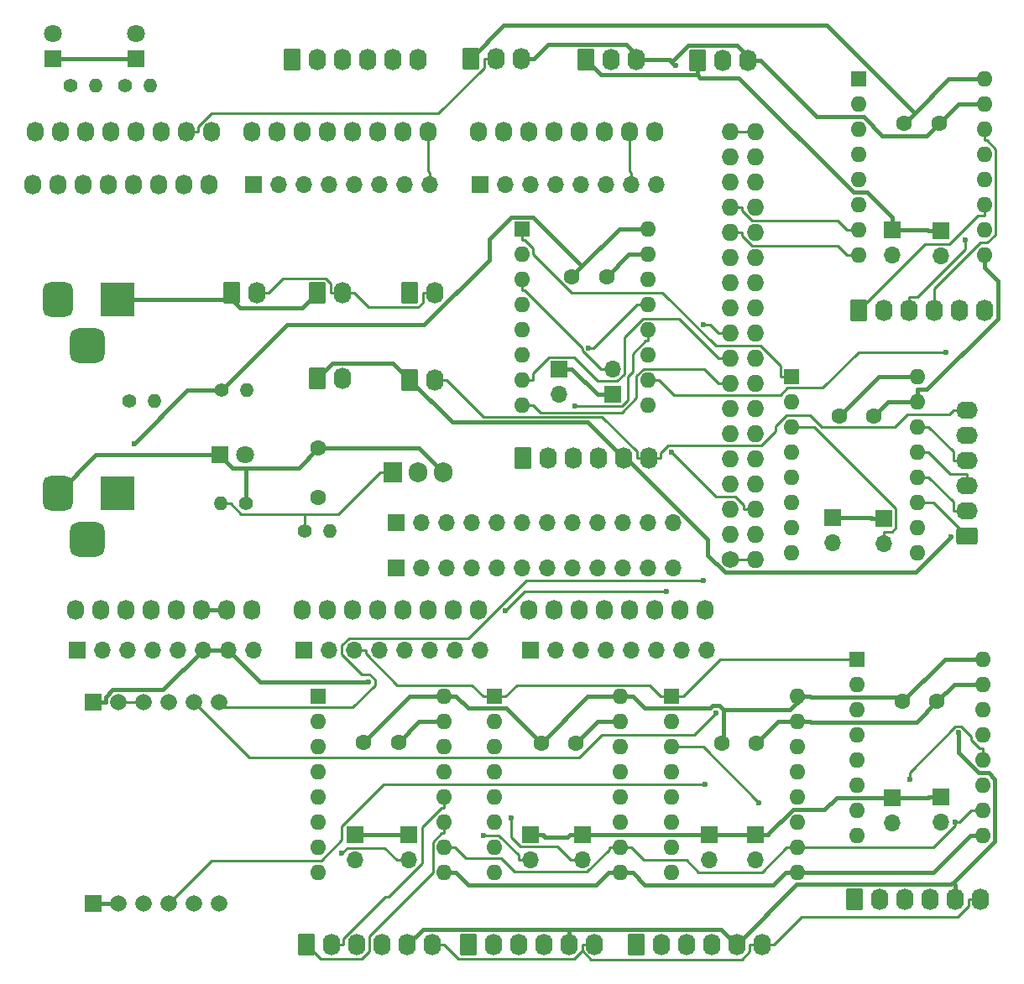
<source format=gbr>
G04 #@! TF.GenerationSoftware,KiCad,Pcbnew,8.0.2-1*
G04 #@! TF.CreationDate,2024-08-19T19:57:30+10:00*
G04 #@! TF.ProjectId,FORWARD 7 STEPPER DRIVER,464f5257-4152-4442-9037-205354455050,rev?*
G04 #@! TF.SameCoordinates,Original*
G04 #@! TF.FileFunction,Copper,L1,Top*
G04 #@! TF.FilePolarity,Positive*
%FSLAX46Y46*%
G04 Gerber Fmt 4.6, Leading zero omitted, Abs format (unit mm)*
G04 Created by KiCad (PCBNEW 8.0.2-1) date 2024-08-19 19:57:30*
%MOMM*%
%LPD*%
G01*
G04 APERTURE LIST*
G04 Aperture macros list*
%AMRoundRect*
0 Rectangle with rounded corners*
0 $1 Rounding radius*
0 $2 $3 $4 $5 $6 $7 $8 $9 X,Y pos of 4 corners*
0 Add a 4 corners polygon primitive as box body*
4,1,4,$2,$3,$4,$5,$6,$7,$8,$9,$2,$3,0*
0 Add four circle primitives for the rounded corners*
1,1,$1+$1,$2,$3*
1,1,$1+$1,$4,$5*
1,1,$1+$1,$6,$7*
1,1,$1+$1,$8,$9*
0 Add four rect primitives between the rounded corners*
20,1,$1+$1,$2,$3,$4,$5,0*
20,1,$1+$1,$4,$5,$6,$7,0*
20,1,$1+$1,$6,$7,$8,$9,0*
20,1,$1+$1,$8,$9,$2,$3,0*%
G04 Aperture macros list end*
G04 #@! TA.AperFunction,ComponentPad*
%ADD10C,1.727200*%
G04 #@! TD*
G04 #@! TA.AperFunction,ComponentPad*
%ADD11O,1.727200X1.727200*%
G04 #@! TD*
G04 #@! TA.AperFunction,ComponentPad*
%ADD12O,1.727200X2.032000*%
G04 #@! TD*
G04 #@! TA.AperFunction,ComponentPad*
%ADD13R,1.800000X1.800000*%
G04 #@! TD*
G04 #@! TA.AperFunction,ComponentPad*
%ADD14C,1.800000*%
G04 #@! TD*
G04 #@! TA.AperFunction,ComponentPad*
%ADD15C,1.400000*%
G04 #@! TD*
G04 #@! TA.AperFunction,ComponentPad*
%ADD16O,1.400000X1.400000*%
G04 #@! TD*
G04 #@! TA.AperFunction,ComponentPad*
%ADD17RoundRect,0.250000X-0.620000X-0.845000X0.620000X-0.845000X0.620000X0.845000X-0.620000X0.845000X0*%
G04 #@! TD*
G04 #@! TA.AperFunction,ComponentPad*
%ADD18O,1.740000X2.190000*%
G04 #@! TD*
G04 #@! TA.AperFunction,ComponentPad*
%ADD19R,1.700000X1.700000*%
G04 #@! TD*
G04 #@! TA.AperFunction,ComponentPad*
%ADD20O,1.700000X1.700000*%
G04 #@! TD*
G04 #@! TA.AperFunction,ComponentPad*
%ADD21C,1.600000*%
G04 #@! TD*
G04 #@! TA.AperFunction,ComponentPad*
%ADD22R,1.600000X1.600000*%
G04 #@! TD*
G04 #@! TA.AperFunction,ComponentPad*
%ADD23O,1.600000X1.600000*%
G04 #@! TD*
G04 #@! TA.AperFunction,ComponentPad*
%ADD24R,3.500000X3.500000*%
G04 #@! TD*
G04 #@! TA.AperFunction,ComponentPad*
%ADD25RoundRect,0.750000X-0.750000X-1.000000X0.750000X-1.000000X0.750000X1.000000X-0.750000X1.000000X0*%
G04 #@! TD*
G04 #@! TA.AperFunction,ComponentPad*
%ADD26RoundRect,0.875000X-0.875000X-0.875000X0.875000X-0.875000X0.875000X0.875000X-0.875000X0.875000X0*%
G04 #@! TD*
G04 #@! TA.AperFunction,ComponentPad*
%ADD27R,1.665000X1.665000*%
G04 #@! TD*
G04 #@! TA.AperFunction,ComponentPad*
%ADD28C,1.665000*%
G04 #@! TD*
G04 #@! TA.AperFunction,ComponentPad*
%ADD29RoundRect,0.250000X0.845000X-0.620000X0.845000X0.620000X-0.845000X0.620000X-0.845000X-0.620000X0*%
G04 #@! TD*
G04 #@! TA.AperFunction,ComponentPad*
%ADD30O,2.190000X1.740000*%
G04 #@! TD*
G04 #@! TA.AperFunction,ComponentPad*
%ADD31R,1.905000X2.000000*%
G04 #@! TD*
G04 #@! TA.AperFunction,ComponentPad*
%ADD32O,1.905000X2.000000*%
G04 #@! TD*
G04 #@! TA.AperFunction,ViaPad*
%ADD33C,0.600000*%
G04 #@! TD*
G04 #@! TA.AperFunction,Conductor*
%ADD34C,0.450000*%
G04 #@! TD*
G04 #@! TA.AperFunction,Conductor*
%ADD35C,0.250000*%
G04 #@! TD*
G04 APERTURE END LIST*
D10*
X197358000Y-114046000D03*
D11*
X199898000Y-114046000D03*
X197358000Y-111506000D03*
X199898000Y-111506000D03*
X197358000Y-108966000D03*
X199898000Y-108966000D03*
X197358000Y-106426000D03*
X199898000Y-106426000D03*
X197358000Y-103886000D03*
X199898000Y-103886000D03*
X197358000Y-101346000D03*
X199898000Y-101346000D03*
X197358000Y-98806000D03*
X199898000Y-98806000D03*
X197358000Y-96266000D03*
X199898000Y-96266000D03*
X197358000Y-93726000D03*
X199898000Y-93726000D03*
X197358000Y-91186000D03*
X199898000Y-91186000D03*
X197358000Y-88646000D03*
X199898000Y-88646000D03*
X197358000Y-86106000D03*
X199898000Y-86106000D03*
X197358000Y-83566000D03*
X199898000Y-83566000D03*
X197358000Y-81026000D03*
X199898000Y-81026000D03*
X197358000Y-78486000D03*
X199898000Y-78486000D03*
X197358000Y-75946000D03*
X199898000Y-75946000D03*
X197358000Y-73406000D03*
X199898000Y-73406000D03*
X197358000Y-70866000D03*
X199898000Y-70866000D03*
D12*
X131318000Y-119126000D03*
X133858000Y-119126000D03*
X136398000Y-119126000D03*
X138938000Y-119126000D03*
X141478000Y-119126000D03*
X144018000Y-119126000D03*
X146558000Y-119126000D03*
X149098000Y-119126000D03*
X177038000Y-119126000D03*
X179578000Y-119126000D03*
X182118000Y-119126000D03*
X184658000Y-119126000D03*
X187198000Y-119126000D03*
X189738000Y-119126000D03*
X192278000Y-119126000D03*
X194818000Y-119126000D03*
X127254000Y-70866000D03*
X129794000Y-70866000D03*
X132334000Y-70866000D03*
X134874000Y-70866000D03*
X137414000Y-70866000D03*
X139954000Y-70866000D03*
X142494000Y-70866000D03*
X145034000Y-70866000D03*
X149098000Y-70866000D03*
X151638000Y-70866000D03*
X154178000Y-70866000D03*
X156718000Y-70866000D03*
X159258000Y-70866000D03*
X161798000Y-70866000D03*
X164338000Y-70866000D03*
X166878000Y-70866000D03*
X171958000Y-70866000D03*
X174498000Y-70866000D03*
X177038000Y-70866000D03*
X179578000Y-70866000D03*
X182118000Y-70866000D03*
X184658000Y-70866000D03*
X187198000Y-70866000D03*
X189738000Y-70866000D03*
D13*
X129000000Y-63500000D03*
D14*
X129000000Y-60960000D03*
D13*
X137400000Y-63490000D03*
D14*
X137400000Y-60950000D03*
D15*
X130780000Y-66200000D03*
D16*
X133320000Y-66200000D03*
D17*
X155680000Y-87170000D03*
D18*
X158220000Y-87170000D03*
D17*
X187820000Y-152950000D03*
D18*
X190360000Y-152950000D03*
X192900000Y-152950000D03*
X195440000Y-152950000D03*
X197980000Y-152950000D03*
X200520000Y-152950000D03*
D19*
X172085000Y-76200000D03*
D20*
X174625000Y-76200000D03*
X177165000Y-76200000D03*
X179705000Y-76200000D03*
X182245000Y-76200000D03*
X184785000Y-76200000D03*
X187325000Y-76200000D03*
X189865000Y-76200000D03*
D17*
X154610000Y-152950000D03*
D18*
X157150000Y-152950000D03*
X159690000Y-152950000D03*
X162230000Y-152950000D03*
X164770000Y-152950000D03*
X167310000Y-152950000D03*
D17*
X171150000Y-63500000D03*
D18*
X173690000Y-63500000D03*
X176230000Y-63500000D03*
D17*
X210320000Y-88950000D03*
D18*
X212860000Y-88950000D03*
X215400000Y-88950000D03*
X217940000Y-88950000D03*
X220480000Y-88950000D03*
X223020000Y-88950000D03*
D19*
X159500000Y-141800000D03*
D20*
X159500000Y-144340000D03*
D21*
X178250000Y-132600000D03*
X181750000Y-132600000D03*
D17*
X147030000Y-87170000D03*
D18*
X149570000Y-87170000D03*
D19*
X149225000Y-76200000D03*
D20*
X151765000Y-76200000D03*
X154305000Y-76200000D03*
X156845000Y-76200000D03*
X159385000Y-76200000D03*
X161925000Y-76200000D03*
X164465000Y-76200000D03*
X167005000Y-76200000D03*
D17*
X164980000Y-95920000D03*
D18*
X167520000Y-95920000D03*
D22*
X176350000Y-80720000D03*
D23*
X176350000Y-83260000D03*
X176350000Y-85800000D03*
X176350000Y-88340000D03*
X176350000Y-90880000D03*
X176350000Y-93420000D03*
X176350000Y-95960000D03*
X176350000Y-98500000D03*
X189050000Y-98500000D03*
X189050000Y-95960000D03*
X189050000Y-93420000D03*
X189050000Y-90880000D03*
X189050000Y-88340000D03*
X189050000Y-85800000D03*
X189050000Y-83260000D03*
X189050000Y-80720000D03*
D13*
X145820000Y-103500000D03*
D14*
X148360000Y-103500000D03*
D19*
X154305000Y-123190000D03*
D20*
X156845000Y-123190000D03*
X159385000Y-123190000D03*
X161925000Y-123190000D03*
X164465000Y-123190000D03*
X167005000Y-123190000D03*
X169545000Y-123190000D03*
X172085000Y-123190000D03*
D19*
X195250000Y-141860000D03*
D20*
X195250000Y-144400000D03*
D21*
X155800000Y-107800000D03*
X155800000Y-102800000D03*
D22*
X191450000Y-127870000D03*
D23*
X191450000Y-130410000D03*
X191450000Y-132950000D03*
X191450000Y-135490000D03*
X191450000Y-138030000D03*
X191450000Y-140570000D03*
X191450000Y-143110000D03*
X191450000Y-145650000D03*
X204150000Y-145650000D03*
X204150000Y-143110000D03*
X204150000Y-140570000D03*
X204150000Y-138030000D03*
X204150000Y-135490000D03*
X204150000Y-132950000D03*
X204150000Y-130410000D03*
X204150000Y-127870000D03*
D19*
X163610000Y-110350000D03*
D20*
X166150000Y-110350000D03*
X168690000Y-110350000D03*
X171230000Y-110350000D03*
X173770000Y-110350000D03*
X176310000Y-110350000D03*
X178850000Y-110350000D03*
X181390000Y-110350000D03*
X183930000Y-110350000D03*
X186470000Y-110350000D03*
X189010000Y-110350000D03*
X191550000Y-110350000D03*
D17*
X170900000Y-152950000D03*
D18*
X173440000Y-152950000D03*
X175980000Y-152950000D03*
X178520000Y-152950000D03*
X181060000Y-152950000D03*
X183600000Y-152950000D03*
D19*
X218600000Y-138025000D03*
D20*
X218600000Y-140565000D03*
D19*
X212850000Y-109890000D03*
D20*
X212850000Y-112430000D03*
D17*
X182760000Y-63600000D03*
D18*
X185300000Y-63600000D03*
X187840000Y-63600000D03*
D21*
X160350000Y-132500000D03*
X163850000Y-132500000D03*
D15*
X136280000Y-66250000D03*
D16*
X138820000Y-66250000D03*
D22*
X155750000Y-127870000D03*
D23*
X155750000Y-130410000D03*
X155750000Y-132950000D03*
X155750000Y-135490000D03*
X155750000Y-138030000D03*
X155750000Y-140570000D03*
X155750000Y-143110000D03*
X155750000Y-145650000D03*
X168450000Y-145650000D03*
X168450000Y-143110000D03*
X168450000Y-140570000D03*
X168450000Y-138030000D03*
X168450000Y-135490000D03*
X168450000Y-132950000D03*
X168450000Y-130410000D03*
X168450000Y-127870000D03*
D15*
X154450000Y-111150000D03*
D16*
X156990000Y-111150000D03*
D17*
X176410000Y-103800000D03*
D18*
X178950000Y-103800000D03*
X181490000Y-103800000D03*
X184030000Y-103800000D03*
X186570000Y-103800000D03*
X189110000Y-103800000D03*
D21*
X214900000Y-70050000D03*
X218400000Y-70050000D03*
D12*
X154178000Y-119126000D03*
X156718000Y-119126000D03*
X159258000Y-119126000D03*
X161798000Y-119126000D03*
X164338000Y-119126000D03*
X166878000Y-119126000D03*
X169418000Y-119126000D03*
X171958000Y-119126000D03*
D22*
X210250000Y-65570000D03*
D23*
X210250000Y-68110000D03*
X210250000Y-70650000D03*
X210250000Y-73190000D03*
X210250000Y-75730000D03*
X210250000Y-78270000D03*
X210250000Y-80810000D03*
X210250000Y-83350000D03*
X222950000Y-83350000D03*
X222950000Y-80810000D03*
X222950000Y-78270000D03*
X222950000Y-75730000D03*
X222950000Y-73190000D03*
X222950000Y-70650000D03*
X222950000Y-68110000D03*
X222950000Y-65570000D03*
D19*
X207640000Y-109850000D03*
D20*
X207640000Y-112390000D03*
D17*
X164980000Y-87170000D03*
D18*
X167520000Y-87170000D03*
D19*
X199900000Y-141860000D03*
D20*
X199900000Y-144400000D03*
D19*
X182400000Y-141860000D03*
D20*
X182400000Y-144400000D03*
D15*
X146030000Y-97000000D03*
D16*
X148570000Y-97000000D03*
D15*
X148470000Y-108400000D03*
D16*
X145930000Y-108400000D03*
D21*
X196500000Y-132600000D03*
X200000000Y-132600000D03*
D24*
X135500000Y-87792500D03*
D25*
X129500000Y-87792500D03*
D26*
X132500000Y-92492500D03*
D19*
X164900000Y-141860000D03*
D20*
X164900000Y-144400000D03*
D19*
X180100000Y-94835000D03*
D20*
X180100000Y-97375000D03*
D17*
X155680000Y-95800000D03*
D18*
X158220000Y-95800000D03*
D27*
X133050000Y-148800000D03*
D28*
X135590000Y-148800000D03*
X138130000Y-148800000D03*
X140670000Y-148800000D03*
X143210000Y-148800000D03*
X145750000Y-148800000D03*
D27*
X133050000Y-128480000D03*
D28*
X135590000Y-128480000D03*
X138130000Y-128480000D03*
X140670000Y-128480000D03*
X143210000Y-128480000D03*
X145750000Y-128480000D03*
D17*
X194010000Y-63700000D03*
D18*
X196550000Y-63700000D03*
X199090000Y-63700000D03*
D17*
X209880000Y-148400000D03*
D18*
X212420000Y-148400000D03*
X214960000Y-148400000D03*
X217500000Y-148400000D03*
X220040000Y-148400000D03*
X222580000Y-148400000D03*
D29*
X221250000Y-111730000D03*
D30*
X221250000Y-109190000D03*
X221250000Y-106650000D03*
X221250000Y-104110000D03*
X221250000Y-101570000D03*
X221250000Y-99030000D03*
D19*
X213700000Y-80810000D03*
D20*
X213700000Y-83350000D03*
D22*
X173550000Y-127870000D03*
D23*
X173550000Y-130410000D03*
X173550000Y-132950000D03*
X173550000Y-135490000D03*
X173550000Y-138030000D03*
X173550000Y-140570000D03*
X173550000Y-143110000D03*
X173550000Y-145650000D03*
X186250000Y-145650000D03*
X186250000Y-143110000D03*
X186250000Y-140570000D03*
X186250000Y-138030000D03*
X186250000Y-135490000D03*
X186250000Y-132950000D03*
X186250000Y-130410000D03*
X186250000Y-127870000D03*
D21*
X181350000Y-85500000D03*
X184850000Y-85500000D03*
D15*
X136690000Y-98045000D03*
D16*
X139230000Y-98045000D03*
D12*
X127000000Y-76200000D03*
X129540000Y-76200000D03*
X132080000Y-76200000D03*
X134620000Y-76200000D03*
X137160000Y-76200000D03*
X139700000Y-76200000D03*
X142240000Y-76200000D03*
X144780000Y-76200000D03*
D19*
X177165000Y-123190000D03*
D20*
X179705000Y-123190000D03*
X182245000Y-123190000D03*
X184785000Y-123190000D03*
X187325000Y-123190000D03*
X189865000Y-123190000D03*
X192405000Y-123190000D03*
X194945000Y-123190000D03*
D17*
X153110000Y-63600000D03*
D18*
X155650000Y-63600000D03*
X158190000Y-63600000D03*
X160730000Y-63600000D03*
X163270000Y-63600000D03*
X165810000Y-63600000D03*
D19*
X177150000Y-141860000D03*
D20*
X177150000Y-144400000D03*
D21*
X208330000Y-99600000D03*
X211830000Y-99600000D03*
D22*
X203500000Y-95600000D03*
D23*
X203500000Y-98140000D03*
X203500000Y-100680000D03*
X203500000Y-103220000D03*
X203500000Y-105760000D03*
X203500000Y-108300000D03*
X203500000Y-110840000D03*
X203500000Y-113380000D03*
X216200000Y-113380000D03*
X216200000Y-110840000D03*
X216200000Y-108300000D03*
X216200000Y-105760000D03*
X216200000Y-103220000D03*
X216200000Y-100680000D03*
X216200000Y-98140000D03*
X216200000Y-95600000D03*
D19*
X185450000Y-97390000D03*
D20*
X185450000Y-94850000D03*
D22*
X210100000Y-124120000D03*
D23*
X210100000Y-126660000D03*
X210100000Y-129200000D03*
X210100000Y-131740000D03*
X210100000Y-134280000D03*
X210100000Y-136820000D03*
X210100000Y-139360000D03*
X210100000Y-141900000D03*
X222800000Y-141900000D03*
X222800000Y-139360000D03*
X222800000Y-136820000D03*
X222800000Y-134280000D03*
X222800000Y-131740000D03*
X222800000Y-129200000D03*
X222800000Y-126660000D03*
X222800000Y-124120000D03*
D31*
X163300000Y-105250000D03*
D32*
X165840000Y-105250000D03*
X168380000Y-105250000D03*
D21*
X214700000Y-128400000D03*
X218200000Y-128400000D03*
D19*
X163610000Y-114950000D03*
D20*
X166150000Y-114950000D03*
X168690000Y-114950000D03*
X171230000Y-114950000D03*
X173770000Y-114950000D03*
X176310000Y-114950000D03*
X178850000Y-114950000D03*
X181390000Y-114950000D03*
X183930000Y-114950000D03*
X186470000Y-114950000D03*
X189010000Y-114950000D03*
X191550000Y-114950000D03*
D19*
X218600000Y-80910000D03*
D20*
X218600000Y-83450000D03*
D19*
X213650000Y-138075000D03*
D20*
X213650000Y-140615000D03*
D24*
X135500000Y-107342500D03*
D25*
X129500000Y-107342500D03*
D26*
X132500000Y-112042500D03*
D19*
X131445000Y-123190000D03*
D20*
X133985000Y-123190000D03*
X136525000Y-123190000D03*
X139065000Y-123190000D03*
X141605000Y-123190000D03*
X144145000Y-123190000D03*
X146685000Y-123190000D03*
X149225000Y-123190000D03*
D33*
X137201500Y-102390900D03*
X160822000Y-126454000D03*
X191832400Y-64222500D03*
X194824700Y-136760000D03*
X195896700Y-129562900D03*
X194619200Y-116157000D03*
X191391600Y-103219800D03*
X219988500Y-140549900D03*
X219135200Y-93141200D03*
X174668000Y-119225200D03*
X190912700Y-117266100D03*
X194643900Y-90353400D03*
X220349300Y-131546700D03*
X219574000Y-111802000D03*
X175235600Y-140143700D03*
X172424900Y-141887300D03*
X181677000Y-98573300D03*
X183019500Y-92719100D03*
X221055400Y-81780400D03*
X200249200Y-138602300D03*
X215418800Y-136269400D03*
X158137500Y-143735900D03*
D34*
X204762600Y-127870000D02*
X203370100Y-129262500D01*
X164980000Y-127870000D02*
X168450000Y-127870000D01*
X215923300Y-69026700D02*
X219380000Y-65570000D01*
X166423600Y-90404000D02*
X173021600Y-83806000D01*
X219380000Y-65570000D02*
X222950000Y-65570000D01*
X195339100Y-129095100D02*
X188700200Y-129095100D01*
X173021600Y-81741100D02*
X175267900Y-79494800D01*
X186862600Y-127870000D02*
X186250000Y-127870000D01*
X195596400Y-128837800D02*
X195339100Y-129095100D01*
X203370100Y-129262500D02*
X196621800Y-129262500D01*
X196197100Y-128837800D02*
X195596400Y-128837800D01*
X175267900Y-79494800D02*
X177405400Y-79494800D01*
X174745100Y-129095100D02*
X178250000Y-132600000D01*
X214230000Y-127930000D02*
X214700000Y-128400000D01*
X169675100Y-127870000D02*
X170900200Y-129095100D01*
X204150000Y-127870000D02*
X204762600Y-127870000D01*
X207045300Y-60148700D02*
X174501300Y-60148700D01*
X196500000Y-132600000D02*
X196621800Y-132478200D01*
X216200000Y-95600000D02*
X212330000Y-95600000D01*
X212330000Y-95600000D02*
X208330000Y-99600000D01*
X189050000Y-80720000D02*
X186130000Y-80720000D01*
X196621800Y-129262500D02*
X196197100Y-128837800D01*
X188700200Y-129095100D02*
X187475100Y-127870000D01*
X196621800Y-132478200D02*
X196621800Y-129262500D01*
X146030000Y-97000000D02*
X152626000Y-90404000D01*
X205375100Y-127870000D02*
X205435100Y-127930000D01*
X186862600Y-127870000D02*
X187475100Y-127870000D01*
X168450000Y-127870000D02*
X169675100Y-127870000D01*
X186250000Y-127870000D02*
X182980000Y-127870000D01*
X215923300Y-69026700D02*
X207045300Y-60148700D01*
X186130000Y-80720000D02*
X182380300Y-84469700D01*
X174501300Y-60148700D02*
X171150000Y-63500000D01*
X214900000Y-70050000D02*
X215923300Y-69026700D01*
X152626000Y-90404000D02*
X166423600Y-90404000D01*
X205435100Y-127930000D02*
X214230000Y-127930000D01*
X173021600Y-83806000D02*
X173021600Y-81741100D01*
X170900200Y-129095100D02*
X174745100Y-129095100D01*
X218980000Y-124120000D02*
X214700000Y-128400000D01*
X222800000Y-124120000D02*
X218980000Y-124120000D01*
X177405400Y-79494800D02*
X182380300Y-84469700D01*
X137201500Y-102390900D02*
X142592400Y-97000000D01*
X182380300Y-84469700D02*
X181350000Y-85500000D01*
X204762600Y-127870000D02*
X205375100Y-127870000D01*
X142592400Y-97000000D02*
X146030000Y-97000000D01*
X182980000Y-127870000D02*
X178250000Y-132600000D01*
X160350000Y-132500000D02*
X164980000Y-127870000D01*
X186822300Y-62068000D02*
X178957100Y-62068000D01*
X155800000Y-102800000D02*
X153774800Y-104825200D01*
X135590000Y-148800000D02*
X133050000Y-148800000D01*
X202190000Y-130410000D02*
X200000000Y-132600000D01*
X170939200Y-146914100D02*
X183760800Y-146914100D01*
X203537500Y-145650000D02*
X204150000Y-145650000D01*
X217156100Y-96914900D02*
X216200000Y-96914900D01*
X176230000Y-63500000D02*
X177525100Y-63500000D01*
X186250000Y-145650000D02*
X187475100Y-145650000D01*
X213290000Y-98140000D02*
X211830000Y-99600000D01*
X133050000Y-128480000D02*
X134307600Y-128480000D01*
X217824900Y-145650000D02*
X221574900Y-141900000D01*
X222800000Y-126660000D02*
X219940000Y-126660000D01*
X198004700Y-62136700D02*
X193140100Y-62136700D01*
X155800000Y-102800000D02*
X165930000Y-102800000D01*
X187840000Y-63600000D02*
X188354300Y-63600000D01*
X201667800Y-146907100D02*
X188732200Y-146907100D01*
X204150000Y-145650000D02*
X217824900Y-145650000D01*
X222950000Y-84575100D02*
X224329800Y-85954900D01*
X218400000Y-70050000D02*
X217169800Y-71280200D01*
X165930000Y-102800000D02*
X168380000Y-105250000D01*
X216200000Y-98140000D02*
X216200000Y-96914900D01*
X212680200Y-71280200D02*
X210808400Y-69408400D01*
X220340000Y-68110000D02*
X218400000Y-70050000D01*
X188487600Y-63600000D02*
X188354300Y-63600000D01*
X193140100Y-62136700D02*
X191443400Y-63833400D01*
X149949000Y-126454000D02*
X160822000Y-126454000D01*
X199568000Y-63700000D02*
X198004700Y-62136700D01*
X188487600Y-63600000D02*
X188811400Y-63600000D01*
X148470000Y-104825200D02*
X147145200Y-104825200D01*
X137400000Y-63490000D02*
X130335100Y-63490000D01*
X216200000Y-98140000D02*
X213290000Y-98140000D01*
X188811400Y-63600000D02*
X191209900Y-63600000D01*
X144145000Y-123190000D02*
X145420100Y-123190000D01*
X168450000Y-130410000D02*
X165940000Y-130410000D01*
X146685000Y-123190000D02*
X149949000Y-126454000D01*
X187090000Y-83260000D02*
X184850000Y-85500000D01*
X148470000Y-104825200D02*
X148470000Y-108400000D01*
X144145000Y-123190000D02*
X140112600Y-127222400D01*
X168450000Y-145650000D02*
X169675100Y-145650000D01*
X205435100Y-130470000D02*
X205375100Y-130410000D01*
X183760800Y-146914100D02*
X185024900Y-145650000D01*
X189050000Y-83260000D02*
X187090000Y-83260000D01*
X153774800Y-104825200D02*
X148470000Y-104825200D01*
X210808400Y-69408400D02*
X206093500Y-69408400D01*
X216130000Y-130470000D02*
X205435100Y-130470000D01*
X188732200Y-146907100D02*
X187475100Y-145650000D01*
X134307600Y-127929700D02*
X134307600Y-128480000D01*
X165940000Y-130410000D02*
X163850000Y-132500000D01*
X218200000Y-128400000D02*
X216130000Y-130470000D01*
X183940000Y-130410000D02*
X181750000Y-132600000D01*
X222950000Y-83350000D02*
X222950000Y-84575100D01*
X135014900Y-127222400D02*
X134307600Y-127929700D01*
X146558000Y-119126000D02*
X144018000Y-119126000D01*
X129500000Y-107342500D02*
X133342500Y-103500000D01*
X191209900Y-63600000D02*
X191443400Y-63833400D01*
X133342500Y-103500000D02*
X145820000Y-103500000D01*
X129000000Y-63500000D02*
X130325100Y-63500000D01*
X188354300Y-63600000D02*
X186822300Y-62068000D01*
X147145200Y-104825200D02*
X145820000Y-103500000D01*
X178957100Y-62068000D02*
X177525100Y-63500000D01*
X204150000Y-130410000D02*
X205375100Y-130410000D01*
X206093500Y-69408400D02*
X200385100Y-63700000D01*
X191443400Y-63833400D02*
X191832400Y-64222500D01*
X204150000Y-130410000D02*
X202190000Y-130410000D01*
X217169800Y-71280200D02*
X212680200Y-71280200D01*
X186250000Y-130410000D02*
X183940000Y-130410000D01*
X199090000Y-63700000D02*
X199568000Y-63700000D01*
X203537500Y-145650000D02*
X202924900Y-145650000D01*
X224329800Y-85954900D02*
X224329800Y-89741200D01*
X222950000Y-68110000D02*
X220340000Y-68110000D01*
X140112600Y-127222400D02*
X135014900Y-127222400D01*
X130335100Y-63490000D02*
X130325100Y-63500000D01*
X199737600Y-63700000D02*
X200385100Y-63700000D01*
X169675100Y-145650000D02*
X170939200Y-146914100D01*
X146685000Y-123190000D02*
X145420100Y-123190000D01*
X222800000Y-141900000D02*
X221574900Y-141900000D01*
X224329800Y-89741200D02*
X217156100Y-96914900D01*
X199737600Y-63700000D02*
X199568000Y-63700000D01*
X219940000Y-126660000D02*
X218200000Y-128400000D01*
X186250000Y-145650000D02*
X185024900Y-145650000D01*
X202924900Y-145650000D02*
X201667800Y-146907100D01*
X199900000Y-141860000D02*
X201175100Y-141860000D01*
X178662700Y-142097600D02*
X180887300Y-142097600D01*
X183930100Y-97390000D02*
X181375100Y-94835000D01*
X218600000Y-80910000D02*
X217324900Y-80910000D01*
X217324900Y-80910000D02*
X217224900Y-80810000D01*
X217274900Y-138075000D02*
X217324900Y-138025000D01*
X194010000Y-65161400D02*
X194010000Y-63700000D01*
X213700000Y-80810000D02*
X213700000Y-79534900D01*
X213700000Y-79534900D02*
X211165100Y-77000000D01*
X180887300Y-142097600D02*
X181124900Y-141860000D01*
X194280600Y-65432000D02*
X194010000Y-65161400D01*
X203655400Y-139300000D02*
X201175100Y-141780300D01*
X209786100Y-77000000D02*
X198218100Y-65432000D01*
X164900000Y-141860000D02*
X160835100Y-141860000D01*
X199900000Y-141860000D02*
X195250000Y-141860000D01*
X208048800Y-138075000D02*
X206823800Y-139300000D01*
X159500000Y-141800000D02*
X160775100Y-141800000D01*
X182400000Y-141860000D02*
X181124900Y-141860000D01*
X201175100Y-141780300D02*
X201175100Y-141860000D01*
X213650000Y-138075000D02*
X217274900Y-138075000D01*
X178425100Y-141860000D02*
X178662700Y-142097600D01*
X212850000Y-109890000D02*
X211574900Y-109890000D01*
X185450000Y-97390000D02*
X183930100Y-97390000D01*
X182400000Y-141860000D02*
X195250000Y-141860000D01*
X207640000Y-109850000D02*
X211534900Y-109850000D01*
X217224900Y-80810000D02*
X213700000Y-80810000D01*
X211165100Y-77000000D02*
X209786100Y-77000000D01*
X206823800Y-139300000D02*
X203655400Y-139300000D01*
X194010000Y-65161400D02*
X184321400Y-65161400D01*
X177150000Y-141860000D02*
X178425100Y-141860000D01*
X213650000Y-138075000D02*
X208048800Y-138075000D01*
X198218100Y-65432000D02*
X194280600Y-65432000D01*
X180100000Y-94835000D02*
X181375100Y-94835000D01*
X160835100Y-141860000D02*
X160775100Y-141800000D01*
X218600000Y-138025000D02*
X217324900Y-138025000D01*
X184321400Y-65161400D02*
X182760000Y-63600000D01*
X211534900Y-109850000D02*
X211574900Y-109890000D01*
D35*
X138130000Y-128480000D02*
X135590000Y-128480000D01*
X167005000Y-75024900D02*
X166878000Y-74897900D01*
X166878000Y-74897900D02*
X166878000Y-70866000D01*
X167005000Y-76200000D02*
X167005000Y-75024900D01*
X140670000Y-148800000D02*
X145035500Y-144434500D01*
X158148000Y-142347500D02*
X158148000Y-140963200D01*
X156061000Y-144434500D02*
X158148000Y-142347500D01*
X162351200Y-136760000D02*
X194824700Y-136760000D01*
X145035500Y-144434500D02*
X156061000Y-144434500D01*
X158148000Y-140963200D02*
X162351200Y-136760000D01*
X143210000Y-128480000D02*
X148805100Y-134075100D01*
X182068100Y-134075100D02*
X184415600Y-131727600D01*
X193732000Y-131727600D02*
X195896700Y-129562900D01*
X184415600Y-131727600D02*
X193732000Y-131727600D01*
X148805100Y-134075100D02*
X182068100Y-134075100D01*
X199898000Y-70866000D02*
X197358000Y-70866000D01*
X160172900Y-125660900D02*
X158169900Y-123657900D01*
X176765000Y-116157000D02*
X194619200Y-116157000D01*
X146265200Y-128995200D02*
X159237400Y-128995200D01*
X158877100Y-122014800D02*
X170907200Y-122014800D01*
X158169900Y-122722000D02*
X158877100Y-122014800D01*
X145750000Y-128480000D02*
X146265200Y-128995200D01*
X161501000Y-126731600D02*
X161501000Y-126196200D01*
X158169900Y-123657900D02*
X158169900Y-122722000D01*
X159237400Y-128995200D02*
X161501000Y-126731600D01*
X161501000Y-126196200D02*
X160965700Y-125660900D01*
X160965700Y-125660900D02*
X160172900Y-125660900D01*
X170907200Y-122014800D02*
X176765000Y-116157000D01*
X195867800Y-107696000D02*
X191391600Y-103219800D01*
X198709300Y-108966000D02*
X198709300Y-108596600D01*
X197808700Y-107696000D02*
X195867800Y-107696000D01*
X198709300Y-108596600D02*
X197808700Y-107696000D01*
X199898000Y-108966000D02*
X198709300Y-108966000D01*
X189199800Y-126744900D02*
X190324900Y-127870000D01*
X171299800Y-126744900D02*
X163749700Y-126744900D01*
X173550000Y-127870000D02*
X172424900Y-127870000D01*
X191450000Y-127870000D02*
X192575100Y-127870000D01*
X190518600Y-87112100D02*
X195862500Y-92456000D01*
X174112600Y-127870000D02*
X174675100Y-127870000D01*
X203500000Y-95600000D02*
X202374900Y-95600000D01*
X174675100Y-127870000D02*
X175800200Y-126744900D01*
X210100000Y-124120000D02*
X208974900Y-124120000D01*
X174112600Y-127870000D02*
X173550000Y-127870000D01*
X177475100Y-83289400D02*
X181297800Y-87112100D01*
X160560100Y-123555300D02*
X160560100Y-123190000D01*
X208974900Y-124120000D02*
X196325100Y-124120000D01*
X176631400Y-81845100D02*
X177475100Y-82688800D01*
X159385000Y-123190000D02*
X160560100Y-123190000D01*
X177475100Y-82688800D02*
X177475100Y-83289400D01*
X196325100Y-124120000D02*
X192575100Y-127870000D01*
X191450000Y-127870000D02*
X190324900Y-127870000D01*
X200356000Y-92456000D02*
X202374900Y-94474900D01*
X176350000Y-81845100D02*
X176631400Y-81845100D01*
X163749700Y-126744900D02*
X160560100Y-123555300D01*
X172424900Y-127870000D02*
X171299800Y-126744900D01*
X176350000Y-80720000D02*
X176350000Y-81845100D01*
X175800200Y-126744900D02*
X189199800Y-126744900D01*
X202374900Y-94474900D02*
X202374900Y-95600000D01*
X181297800Y-87112100D02*
X190518600Y-87112100D01*
X195862500Y-92456000D02*
X200356000Y-92456000D01*
X219988500Y-140549900D02*
X219988500Y-140922300D01*
X220485000Y-140549900D02*
X219988500Y-140549900D01*
X168450000Y-143110000D02*
X169575100Y-143110000D01*
X194149200Y-145612600D02*
X192916600Y-144380000D01*
X170700200Y-144235100D02*
X174263200Y-144235100D01*
X203104400Y-96725200D02*
X206665200Y-96725200D01*
X191670500Y-97455400D02*
X202374200Y-97455400D01*
X206665200Y-96725200D02*
X210249200Y-93141200D01*
X203024900Y-143110000D02*
X200522300Y-145612600D01*
X200522300Y-145612600D02*
X194149200Y-145612600D01*
X189050000Y-95960000D02*
X190175100Y-95960000D01*
X192916600Y-144380000D02*
X188645100Y-144380000D01*
X222800000Y-139360000D02*
X221674900Y-139360000D01*
X174263200Y-144235100D02*
X175614600Y-145586500D01*
X169575100Y-143110000D02*
X170700200Y-144235100D01*
X175614600Y-145586500D02*
X182881500Y-145586500D01*
X186250000Y-143110000D02*
X185124900Y-143110000D01*
X182881500Y-145586500D02*
X185124900Y-143343100D01*
X221674900Y-139360000D02*
X220485000Y-140549900D01*
X204150000Y-143110000D02*
X203024900Y-143110000D01*
X186250000Y-143110000D02*
X187375100Y-143110000D01*
X202374200Y-97455400D02*
X203104400Y-96725200D01*
X210249200Y-93141200D02*
X219135200Y-93141200D01*
X188645100Y-144380000D02*
X187375100Y-143110000D01*
X219988500Y-140922300D02*
X217800800Y-143110000D01*
X217800800Y-143110000D02*
X204150000Y-143110000D01*
X185124900Y-143343100D02*
X185124900Y-143110000D01*
X190175100Y-95960000D02*
X191670500Y-97455400D01*
X197358000Y-96266000D02*
X196169300Y-96266000D01*
X177475100Y-98500000D02*
X178188200Y-99213100D01*
X176350000Y-98500000D02*
X177475100Y-98500000D01*
X194725700Y-94822400D02*
X196169300Y-96266000D01*
X188596300Y-94822400D02*
X194725700Y-94822400D01*
X187870000Y-95548700D02*
X188596300Y-94822400D01*
X186425600Y-99213100D02*
X187870000Y-97768700D01*
X178188200Y-99213100D02*
X186425600Y-99213100D01*
X187870000Y-97768700D02*
X187870000Y-95548700D01*
X183931100Y-96028200D02*
X185939100Y-96028200D01*
X188566900Y-89736900D02*
X192180200Y-89736900D01*
X177475100Y-95256800D02*
X179072100Y-93659800D01*
X181562700Y-93659800D02*
X183931100Y-96028200D01*
X185939100Y-96028200D02*
X186648200Y-95319100D01*
X197358000Y-93726000D02*
X196169300Y-93726000D01*
X179072100Y-93659800D02*
X181562700Y-93659800D01*
X186648200Y-95319100D02*
X186648200Y-91655600D01*
X192180200Y-89736900D02*
X196169300Y-93726000D01*
X186648200Y-91655600D02*
X188566900Y-89736900D01*
X177475100Y-95960000D02*
X177475100Y-95256800D01*
X176350000Y-95960000D02*
X177475100Y-95960000D01*
X209124900Y-80810000D02*
X208141700Y-79826800D01*
X210250000Y-80810000D02*
X209124900Y-80810000D01*
X198546700Y-78855500D02*
X198546700Y-78486000D01*
X199518000Y-79826800D02*
X198546700Y-78855500D01*
X208141700Y-79826800D02*
X199518000Y-79826800D01*
X197358000Y-78486000D02*
X198546700Y-78486000D01*
X210250000Y-83350000D02*
X209124900Y-83350000D01*
X198546700Y-81395500D02*
X198546700Y-81026000D01*
X199518000Y-82366800D02*
X198546700Y-81395500D01*
X197358000Y-81026000D02*
X198546700Y-81026000D01*
X208141700Y-82366800D02*
X199518000Y-82366800D01*
X209124900Y-83350000D02*
X208141700Y-82366800D01*
X176627100Y-117266100D02*
X174668000Y-119225200D01*
X190912700Y-117266100D02*
X176627100Y-117266100D01*
X195336700Y-90353400D02*
X194643900Y-90353400D01*
X197358000Y-91186000D02*
X196169300Y-91186000D01*
X196169300Y-91186000D02*
X195336700Y-90353400D01*
X202973600Y-99545500D02*
X201913200Y-100605900D01*
X183277700Y-154420300D02*
X198484900Y-154420300D01*
X182404900Y-153547500D02*
X181563600Y-154388800D01*
X206583900Y-100727900D02*
X205401500Y-99545500D01*
X156560500Y-85747900D02*
X157024900Y-86212300D01*
X221384900Y-148400000D02*
X221384900Y-148997500D01*
X166324900Y-88141000D02*
X165844500Y-88621400D01*
X189110000Y-103800000D02*
X190305100Y-103800000D01*
X160866500Y-88621400D02*
X159415100Y-87170000D01*
X199324900Y-153580300D02*
X199324900Y-152950000D01*
X158220000Y-87170000D02*
X159415100Y-87170000D01*
X183600000Y-152950000D02*
X182404900Y-152950000D01*
X200520000Y-152950000D02*
X201715100Y-152950000D01*
X201913200Y-101108500D02*
X200463400Y-102558300D01*
X149570000Y-87170000D02*
X150765100Y-87170000D01*
X182404900Y-153547500D02*
X183277700Y-154420300D01*
X219449900Y-99410000D02*
X215237500Y-99410000D01*
X158220000Y-87170000D02*
X157024900Y-87170000D01*
X152187200Y-85747900D02*
X156560500Y-85747900D01*
X200463400Y-102558300D02*
X191075200Y-102558300D01*
X167310000Y-152950000D02*
X168505100Y-152950000D01*
X157024900Y-86212300D02*
X157024900Y-87170000D01*
X167520000Y-95920000D02*
X168715100Y-95920000D01*
X221250000Y-99030000D02*
X219829900Y-99030000D01*
X172458500Y-99663400D02*
X184408600Y-99663400D01*
X168715100Y-95920000D02*
X172458500Y-99663400D01*
X198484900Y-154420300D02*
X199324900Y-153580300D01*
X205401500Y-99545500D02*
X202973600Y-99545500D01*
X169943900Y-154388800D02*
X168505100Y-152950000D01*
X182404900Y-152950000D02*
X182404900Y-153547500D01*
X201913200Y-100605900D02*
X201913200Y-101108500D01*
X165844500Y-88621400D02*
X160866500Y-88621400D01*
X221384900Y-148997500D02*
X220243200Y-150139200D01*
X187914900Y-103169700D02*
X187914900Y-103800000D01*
X150765100Y-87170000D02*
X152187200Y-85747900D01*
X167520000Y-87170000D02*
X166324900Y-87170000D01*
X166324900Y-87170000D02*
X166324900Y-88141000D01*
X213919600Y-100727900D02*
X206583900Y-100727900D01*
X189110000Y-103800000D02*
X187914900Y-103800000D01*
X220243200Y-150139200D02*
X204525900Y-150139200D01*
X184408600Y-99663400D02*
X187914900Y-103169700D01*
X219829900Y-99030000D02*
X219449900Y-99410000D01*
X222580000Y-148400000D02*
X221384900Y-148400000D01*
X181563600Y-154388800D02*
X169943900Y-154388800D01*
X190305100Y-103328400D02*
X190305100Y-103800000D01*
X191075200Y-102558300D02*
X190305100Y-103328400D01*
X200520000Y-152950000D02*
X199324900Y-152950000D01*
X215237500Y-99410000D02*
X213919600Y-100727900D01*
X204525900Y-150139200D02*
X201715100Y-152950000D01*
D34*
X219834800Y-146674600D02*
X224025200Y-142484200D01*
X196421300Y-151391300D02*
X197980000Y-152950000D01*
X219634200Y-146875200D02*
X219834800Y-146674600D01*
X169273500Y-100213500D02*
X182983500Y-100213500D01*
X157216300Y-94263700D02*
X155680000Y-95800000D01*
X166328700Y-151391300D02*
X181060000Y-151391300D01*
X147030000Y-87170000D02*
X147030000Y-87792500D01*
X222362300Y-135594800D02*
X220349300Y-133581800D01*
X164980000Y-95920000D02*
X169273500Y-100213500D01*
X164770000Y-152950000D02*
X166328700Y-151391300D01*
X135500000Y-87792500D02*
X137675100Y-87792500D01*
X186570000Y-103800000D02*
X186837200Y-103800000D01*
X195089800Y-112052600D02*
X195089800Y-113638400D01*
X220349300Y-133581800D02*
X220349300Y-131546700D01*
X197980000Y-152950000D02*
X204054800Y-146875200D01*
X164980000Y-95920000D02*
X163323700Y-94263700D01*
X163323700Y-94263700D02*
X157216300Y-94263700D01*
X186837200Y-103800000D02*
X195089800Y-112052600D01*
X147030000Y-87792500D02*
X137675100Y-87792500D01*
X182983500Y-100213500D02*
X186570000Y-103800000D01*
X216032700Y-115343300D02*
X219574000Y-111802000D01*
X181060000Y-152950000D02*
X181060000Y-151391300D01*
X147927700Y-88690200D02*
X154159800Y-88690200D01*
X196794700Y-115343300D02*
X216032700Y-115343300D01*
X195089800Y-113638400D02*
X196794700Y-115343300D01*
X224025200Y-142484200D02*
X224025200Y-136245200D01*
X204054800Y-146875200D02*
X219634200Y-146875200D01*
X220040000Y-148400000D02*
X220040000Y-146879900D01*
X220040000Y-146879900D02*
X219834800Y-146674600D01*
X223374800Y-135594800D02*
X222362300Y-135594800D01*
X154159800Y-88690200D02*
X155680000Y-87170000D01*
X224025200Y-136245200D02*
X223374800Y-135594800D01*
X147030000Y-87792500D02*
X147927700Y-88690200D01*
X181060000Y-151391300D02*
X196421300Y-151391300D01*
D35*
X145002500Y-69062400D02*
X143682700Y-70382200D01*
X172494900Y-64471000D02*
X167903500Y-69062400D01*
X142494000Y-70866000D02*
X143682700Y-70866000D01*
X173690000Y-63500000D02*
X172494900Y-63500000D01*
X143682700Y-70382200D02*
X143682700Y-70866000D01*
X172494900Y-63500000D02*
X172494900Y-64471000D01*
X167903500Y-69062400D02*
X145002500Y-69062400D01*
X187325000Y-75024900D02*
X187198000Y-74897900D01*
X187325000Y-76200000D02*
X187325000Y-75024900D01*
X187198000Y-74897900D02*
X187198000Y-70866000D01*
X199898000Y-114046000D02*
X197358000Y-114046000D01*
X154450000Y-109456300D02*
X157816100Y-109456300D01*
X154450000Y-109456300D02*
X154450000Y-111150000D01*
X157816100Y-109456300D02*
X162022400Y-105250000D01*
X146955100Y-108400000D02*
X148011400Y-109456300D01*
X148011400Y-109456300D02*
X154450000Y-109456300D01*
X145930000Y-108400000D02*
X146955100Y-108400000D01*
X163300000Y-105250000D02*
X162022400Y-105250000D01*
X182400000Y-144400000D02*
X181224900Y-144400000D01*
X175235600Y-142128600D02*
X176142200Y-143035200D01*
X179860100Y-143035200D02*
X181224900Y-144400000D01*
X176142200Y-143035200D02*
X179860100Y-143035200D01*
X175235600Y-140143700D02*
X175235600Y-142128600D01*
X175974900Y-144400000D02*
X175974900Y-143913000D01*
X173949200Y-141887300D02*
X172424900Y-141887300D01*
X175974900Y-143913000D02*
X173949200Y-141887300D01*
X177150000Y-144400000D02*
X175974900Y-144400000D01*
X189050000Y-92005100D02*
X188768600Y-92005100D01*
X189050000Y-90880000D02*
X189050000Y-92005100D01*
X187474800Y-93298900D02*
X187474800Y-95137100D01*
X188768600Y-92005100D02*
X187474800Y-93298900D01*
X187024800Y-97977200D02*
X186428700Y-98573300D01*
X186428700Y-98573300D02*
X181677000Y-98573300D01*
X187474800Y-95137100D02*
X187024800Y-95587100D01*
X187024800Y-95587100D02*
X187024800Y-97977200D01*
X176573700Y-86925100D02*
X182394400Y-92745800D01*
X182394400Y-92978000D02*
X184266400Y-94850000D01*
X182394400Y-92745800D02*
X182394400Y-92978000D01*
X176350000Y-85800000D02*
X176350000Y-86925100D01*
X184266400Y-94850000D02*
X184274900Y-94850000D01*
X176350000Y-86925100D02*
X176573700Y-86925100D01*
X185450000Y-94850000D02*
X184274900Y-94850000D01*
X189050000Y-88340000D02*
X187924900Y-88340000D01*
X187924900Y-88340000D02*
X183545800Y-92719100D01*
X183545800Y-92719100D02*
X183019500Y-92719100D01*
X216235100Y-87529900D02*
X215400000Y-87529900D01*
X221055400Y-81780400D02*
X221055400Y-82709600D01*
X221055400Y-82709600D02*
X216235100Y-87529900D01*
X215400000Y-88950000D02*
X215400000Y-87529900D01*
X222950000Y-78270000D02*
X222950000Y-79395100D01*
X217018100Y-82251900D02*
X210320000Y-88950000D01*
X222950000Y-79395100D02*
X222275100Y-79395100D01*
X222275100Y-79395100D02*
X219418300Y-82251900D01*
X219418300Y-82251900D02*
X217018100Y-82251900D01*
X222550400Y-82085200D02*
X217940000Y-86695600D01*
X223231300Y-71775100D02*
X224098500Y-72642300D01*
X222950000Y-71775100D02*
X223231300Y-71775100D01*
X224098500Y-81262700D02*
X223276000Y-82085200D01*
X217940000Y-86695600D02*
X217940000Y-88950000D01*
X222950000Y-70650000D02*
X222950000Y-71775100D01*
X224098500Y-72642300D02*
X224098500Y-81262700D01*
X223276000Y-82085200D02*
X222550400Y-82085200D01*
X191450000Y-132950000D02*
X194596900Y-132950000D01*
X194596900Y-132950000D02*
X200249200Y-138602300D01*
X219829900Y-104110000D02*
X219829900Y-103184800D01*
X216200000Y-100680000D02*
X217325100Y-100680000D01*
X221250000Y-104110000D02*
X219829900Y-104110000D01*
X219829900Y-103184800D02*
X217325100Y-100680000D01*
X216200000Y-105760000D02*
X217325100Y-105760000D01*
X219829900Y-109190000D02*
X219829900Y-108264800D01*
X219829900Y-108264800D02*
X217325100Y-105760000D01*
X221250000Y-109190000D02*
X219829900Y-109190000D01*
X221250000Y-106650000D02*
X221250000Y-105454900D01*
X216200000Y-103220000D02*
X217325100Y-103220000D01*
X221250000Y-105454900D02*
X219560000Y-105454900D01*
X219560000Y-105454900D02*
X217325100Y-103220000D01*
X212850000Y-112430000D02*
X212850000Y-111254900D01*
X214025200Y-110887600D02*
X214025200Y-108885400D01*
X205819800Y-100680000D02*
X203500000Y-100680000D01*
X213657900Y-111254900D02*
X214025200Y-110887600D01*
X212850000Y-111254900D02*
X213657900Y-111254900D01*
X214025200Y-108885400D02*
X205819800Y-100680000D01*
X221250000Y-111730000D02*
X217820000Y-108300000D01*
X217820000Y-108300000D02*
X216200000Y-108300000D01*
X220059400Y-130896200D02*
X215418800Y-135536800D01*
X222800000Y-134280000D02*
X222800000Y-133154900D01*
X221674900Y-132311200D02*
X221674900Y-131944200D01*
X222800000Y-133154900D02*
X222518600Y-133154900D01*
X221674900Y-131944200D02*
X220626900Y-130896200D01*
X220626900Y-130896200D02*
X220059400Y-130896200D01*
X215418800Y-135536800D02*
X215418800Y-136269400D01*
X222518600Y-133154900D02*
X221674900Y-132311200D01*
X167324900Y-145690100D02*
X160960000Y-152055000D01*
X160158000Y-154398900D02*
X156058900Y-154398900D01*
X160960000Y-153596900D02*
X160158000Y-154398900D01*
X168450000Y-141695100D02*
X168191800Y-141695100D01*
X167324900Y-142562000D02*
X167324900Y-145690100D01*
X168191800Y-141695100D02*
X167324900Y-142562000D01*
X168450000Y-140570000D02*
X168450000Y-141695100D01*
X156058900Y-154398900D02*
X154610000Y-152950000D01*
X160960000Y-152055000D02*
X160960000Y-153596900D01*
X158711700Y-143161700D02*
X158137500Y-143735900D01*
X164900000Y-144400000D02*
X163724900Y-144400000D01*
X162486600Y-143161700D02*
X158711700Y-143161700D01*
X163724900Y-144400000D02*
X162486600Y-143161700D01*
X158345100Y-152326800D02*
X158345100Y-152950000D01*
X166224700Y-144738600D02*
X162843300Y-148120000D01*
X168168600Y-139155100D02*
X166224700Y-141099000D01*
X162551900Y-148120000D02*
X158345100Y-152326800D01*
X168450000Y-139155100D02*
X168168600Y-139155100D01*
X157150000Y-152950000D02*
X158345100Y-152950000D01*
X162843300Y-148120000D02*
X162551900Y-148120000D01*
X166224700Y-141099000D02*
X166224700Y-144738600D01*
X168450000Y-138030000D02*
X168450000Y-139155100D01*
M02*

</source>
